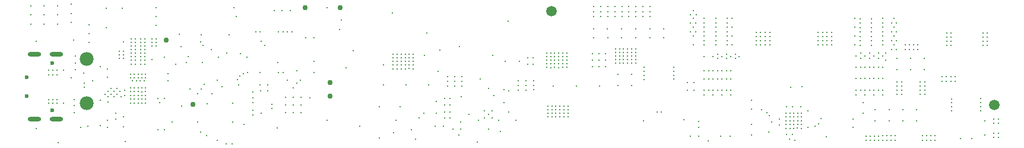
<source format=gbr>
%TF.GenerationSoftware,Altium Limited,Altium Designer,19.0.15 (446)*%
G04 Layer_Color=0*
%FSLAX45Y45*%
%MOMM*%
%TF.FileFunction,Plated,1,6,PTH,Drill*%
%TF.Part,Single*%
G01*
G75*
%TA.AperFunction,OtherDrill,Pad Free-7 (55.245mm,17.989mm)*%
%ADD214C,0.76200*%
%TA.AperFunction,OtherDrill,Pad Free-7 (55.245mm,19.939mm)*%
%ADD215C,0.76200*%
%TA.AperFunction,ComponentDrill*%
%ADD216O,1.90000X0.60000*%
%TA.AperFunction,OtherDrill,Pad Free-8 (31.902mm,26.038mm)*%
%ADD217C,0.76200*%
%TA.AperFunction,OtherDrill,Pad Free-7 (35.687mm,16.815mm)*%
%ADD218C,0.76200*%
%TA.AperFunction,ComponentDrill*%
%ADD219C,0.20000*%
%TA.AperFunction,OtherDrill,Pad Free-5 (86.792mm,30.175mm)*%
%ADD220C,1.50000*%
%TA.AperFunction,OtherDrill,Pad Free-5 (150.012mm,16.688mm)*%
%ADD221C,1.50000*%
%TA.AperFunction,ComponentDrill*%
%ADD222C,0.76200*%
%ADD223C,0.20320*%
%TA.AperFunction,ViaDrill,NotFilled*%
%ADD224C,0.20320*%
%ADD225C,0.30480*%
%ADD226C,0.25400*%
%ADD227C,0.60000*%
%ADD228C,1.98000*%
D214*
X5524500Y1798934D02*
D03*
D215*
Y1993900D02*
D03*
D216*
X1625080Y2399077D02*
D03*
X1310080D02*
D03*
X1625080Y1469077D02*
D03*
X1310080D02*
D03*
D217*
X3190240Y2603829D02*
D03*
D218*
X3568700Y1681480D02*
D03*
D219*
X2895480Y2061440D02*
D03*
X2680480D02*
D03*
X2787980D02*
D03*
Y1919940D02*
D03*
Y1697940D02*
D03*
X2895480Y1808940D02*
D03*
X2680480D02*
D03*
X2787980D02*
D03*
D220*
X8679180Y3017520D02*
D03*
D221*
X15001241Y1668780D02*
D03*
D222*
X5166360Y3068320D02*
D03*
X5669264D02*
D03*
D223*
X12027500Y1557500D02*
D03*
X12247500D02*
D03*
X12027500Y1337500D02*
D03*
X12247500D02*
D03*
X12027500Y1447500D02*
D03*
X12137500Y1557500D02*
D03*
Y1337500D02*
D03*
X12245000Y1447500D02*
D03*
D224*
X11752580Y1562100D02*
D03*
X11792018Y1518920D02*
D03*
X10193020Y1569720D02*
D03*
X10246360D02*
D03*
X4084000Y2679565D02*
D03*
X3685540Y2679700D02*
D03*
X3502530Y2364170D02*
D03*
X3937000Y2361760D02*
D03*
X5048980Y2163664D02*
D03*
X4528980Y2136136D02*
D03*
X4777740Y2284257D02*
D03*
X2350000Y2185040D02*
D03*
X4285320Y2123440D02*
D03*
X4236720Y2087880D02*
D03*
X2350000Y2067460D02*
D03*
X2007640Y2126460D02*
D03*
X1720080Y1698077D02*
D03*
X5681980Y2895600D02*
D03*
X4422500Y1859280D02*
D03*
X5240960Y1774180D02*
D03*
X7088325Y2460211D02*
D03*
X6870261Y2382780D02*
D03*
X6428320Y1271344D02*
D03*
X7364720Y1239916D02*
D03*
X6228080Y1650000D02*
D03*
X7951460Y1292620D02*
D03*
X3159100Y1765300D02*
D03*
X3914140Y2024380D02*
D03*
X3980180Y1935480D02*
D03*
X4528980Y2724236D02*
D03*
X4335780Y2356200D02*
D03*
X5297520Y2135557D02*
D03*
X1890045Y2269325D02*
D03*
X6413000Y2997200D02*
D03*
X8072120Y1875040D02*
D03*
X8007500Y1890000D02*
D03*
X6525260Y1649780D02*
D03*
X8727620Y2417142D02*
D03*
X8785860Y2416817D02*
D03*
X8613320Y2417142D02*
D03*
X8671560Y2416817D02*
D03*
X5485360Y3068737D02*
D03*
X1889760Y2374080D02*
D03*
Y2181040D02*
D03*
X7782560Y1325454D02*
D03*
X7622760Y1142288D02*
D03*
X8006080Y1704340D02*
D03*
X11780283Y1284337D02*
D03*
X4918980Y2726136D02*
D03*
X4853980D02*
D03*
X2842260Y1807500D02*
D03*
X2811780Y2017380D02*
D03*
X2842260Y1698280D02*
D03*
X2761565Y2016760D02*
D03*
X2842260Y1752890D02*
D03*
X2733040Y1699260D02*
D03*
X2895480Y1863550D02*
D03*
X2680480Y2110740D02*
D03*
X2733040Y1808480D02*
D03*
X2895480Y1699720D02*
D03*
X3095719Y1703899D02*
D03*
X2893060Y2110740D02*
D03*
X2680480Y1863550D02*
D03*
X2733625Y2061760D02*
D03*
X2787980Y1863550D02*
D03*
X2839915Y2110740D02*
D03*
X2680480Y1699720D02*
D03*
X2733040Y1863090D02*
D03*
X3065361Y1765300D02*
D03*
X2703340Y2016760D02*
D03*
X2786770Y2110740D02*
D03*
X2733040Y1753870D02*
D03*
X2787980Y1754330D02*
D03*
X2870642Y2018133D02*
D03*
X2895480Y1754330D02*
D03*
X2733040Y1917700D02*
D03*
X2895480Y1918160D02*
D03*
X2733625Y2110740D02*
D03*
X2680480Y1754330D02*
D03*
X2842260Y1916720D02*
D03*
X2839915Y2061760D02*
D03*
X2680480Y1918160D02*
D03*
X2842260Y1862110D02*
D03*
X5100080Y2024620D02*
D03*
X1831340Y2860520D02*
D03*
Y3119600D02*
D03*
Y2988500D02*
D03*
X2085340Y2827600D02*
D03*
Y2696500D02*
D03*
Y2568520D02*
D03*
X4244340Y2410460D02*
D03*
X11935000Y1467500D02*
D03*
X11826240Y1427480D02*
D03*
X12438678Y1363667D02*
D03*
X12340000Y1347500D02*
D03*
X12496800Y1399540D02*
D03*
X12526500Y1477660D02*
D03*
X12038140Y1245000D02*
D03*
X12117500D02*
D03*
X10922000Y1158240D02*
D03*
X12157500Y1164438D02*
D03*
X12077500Y1180000D02*
D03*
X12602500Y1215000D02*
D03*
X11935000Y1386900D02*
D03*
X10782500Y1432500D02*
D03*
X4041140Y1117600D02*
D03*
X4124960Y1115000D02*
D03*
X3919220Y1160780D02*
D03*
X3209648Y2016760D02*
D03*
X3210850Y2120900D02*
D03*
X2352040Y1448061D02*
D03*
X2468880Y1469840D02*
D03*
X3639820Y1424940D02*
D03*
X3160580Y1312500D02*
D03*
X3072580D02*
D03*
X4140200Y1699260D02*
D03*
X4224020Y1958260D02*
D03*
X4348480Y2137882D02*
D03*
X4206240Y2034540D02*
D03*
X5664200Y2758440D02*
D03*
X5295360Y2638500D02*
D03*
X5176520Y2638240D02*
D03*
X6682740Y1313180D02*
D03*
X5478780Y1452440D02*
D03*
X3761739Y1229359D02*
D03*
X4297680Y1390880D02*
D03*
X8689160Y1656985D02*
D03*
X8630920Y1657310D02*
D03*
X7390480Y1323340D02*
D03*
X3408680Y1653540D02*
D03*
X8785860Y2365032D02*
D03*
X8841920Y2262110D02*
D03*
Y2313895D02*
D03*
X8785860Y2313246D02*
D03*
X8727620Y2313571D02*
D03*
Y2261785D02*
D03*
X8671560Y2209675D02*
D03*
Y2313246D02*
D03*
X9769348Y2425388D02*
D03*
Y2477173D02*
D03*
Y2373602D02*
D03*
X9825408Y2374252D02*
D03*
Y2322466D02*
D03*
X9655048Y2373602D02*
D03*
Y2270031D02*
D03*
X9711108Y2322141D02*
D03*
Y2373927D02*
D03*
X8727620Y2365356D02*
D03*
X8671560Y2365032D02*
D03*
X8841920Y2365681D02*
D03*
X8671560Y2261461D02*
D03*
X8841920Y2210324D02*
D03*
X8727620Y2210000D02*
D03*
X8841920Y2417466D02*
D03*
X8785860Y2261461D02*
D03*
Y2209675D02*
D03*
X9825408Y2270680D02*
D03*
Y2477823D02*
D03*
X9769348Y2321817D02*
D03*
Y2270031D02*
D03*
X9711108Y2270356D02*
D03*
X9655048Y2321817D02*
D03*
X9711108Y2477498D02*
D03*
X9655048Y2477173D02*
D03*
X9825408Y2426037D02*
D03*
X9711108Y2425712D02*
D03*
X9655048Y2425388D02*
D03*
X8745220Y1657310D02*
D03*
X8917760D02*
D03*
X11096952Y1227500D02*
D03*
X11540000Y1394460D02*
D03*
X11231952Y1227500D02*
D03*
X10663193Y1226820D02*
D03*
X14513741Y1192500D02*
D03*
X14673740Y1192500D02*
D03*
X4422140Y1525158D02*
D03*
Y1775460D02*
D03*
X4422500Y1704200D02*
D03*
Y1594200D02*
D03*
X4699000Y1617980D02*
D03*
Y1681480D02*
D03*
X2019300Y1986462D02*
D03*
X1877468Y1560380D02*
D03*
X7837356Y1483360D02*
D03*
X3842544Y1834180D02*
D03*
X3634740D02*
D03*
X8900160Y2365356D02*
D03*
Y2210000D02*
D03*
Y2417142D02*
D03*
Y2313571D02*
D03*
Y2261785D02*
D03*
X8613320Y2210000D02*
D03*
Y2313571D02*
D03*
Y2365356D02*
D03*
Y2261785D02*
D03*
X7023100Y1371600D02*
D03*
X7275480Y1323340D02*
D03*
X7139940Y1371600D02*
D03*
X8803460Y1501629D02*
D03*
X8689160D02*
D03*
Y1553414D02*
D03*
X8630920Y1501953D02*
D03*
X8917760D02*
D03*
X8745220D02*
D03*
X7926500Y1455000D02*
D03*
X8859520Y1502278D02*
D03*
X7638500Y1455000D02*
D03*
X8177749Y1452440D02*
D03*
X7503000Y1536400D02*
D03*
X1647190Y1130138D02*
D03*
X3327400Y2254638D02*
D03*
X2330662Y2779856D02*
D03*
X8803460Y1605200D02*
D03*
X8859520Y1605849D02*
D03*
Y1657634D02*
D03*
Y1554063D02*
D03*
X8917760Y1605524D02*
D03*
Y1553739D02*
D03*
X8745220Y1605524D02*
D03*
X8803460Y1656985D02*
D03*
X8745220Y1553739D02*
D03*
X8803460Y1553414D02*
D03*
X8630920Y1605524D02*
D03*
Y1553739D02*
D03*
X8689160Y1605200D02*
D03*
X2575560Y1357260D02*
D03*
X3677920Y1285240D02*
D03*
X7782501Y1905156D02*
D03*
X12984979Y1346460D02*
D03*
X9596808Y2322141D02*
D03*
Y2477498D02*
D03*
Y2425712D02*
D03*
Y2373927D02*
D03*
Y2270356D02*
D03*
X9883648Y2322141D02*
D03*
Y2373927D02*
D03*
Y2477498D02*
D03*
Y2270356D02*
D03*
Y2425712D02*
D03*
X3731260Y1971040D02*
D03*
X4594860Y2524760D02*
D03*
X4137660Y1430020D02*
D03*
X3275680Y1424940D02*
D03*
X5948681Y1368681D02*
D03*
X6464001Y1450340D02*
D03*
X5749766Y2209474D02*
D03*
X5853906Y2449240D02*
D03*
X3680460Y2581220D02*
D03*
X3713480Y2527300D02*
D03*
X3832860Y2471420D02*
D03*
X1640540Y2964180D02*
D03*
X1447800Y3095280D02*
D03*
Y2836200D02*
D03*
X1254460D02*
D03*
Y3095280D02*
D03*
Y2964180D02*
D03*
X1877060Y1661440D02*
D03*
X3042920Y2623251D02*
D03*
Y2571466D02*
D03*
X2984680Y2571790D02*
D03*
Y2520005D02*
D03*
X3042920Y2519680D02*
D03*
X2984680Y2623576D02*
D03*
X1877060Y1749440D02*
D03*
X1640540Y2836200D02*
D03*
Y3095280D02*
D03*
X1447800Y2964180D02*
D03*
X7387240Y1423180D02*
D03*
X7782500Y1535000D02*
D03*
X7729220Y1483360D02*
D03*
X7837356Y1590040D02*
D03*
X7728398D02*
D03*
X4954479Y3029732D02*
D03*
X4840179D02*
D03*
X4725879D02*
D03*
X4185000Y2940000D02*
D03*
X4154000Y3067500D02*
D03*
X3370000Y2687000D02*
D03*
X3047500Y2815000D02*
D03*
Y2940000D02*
D03*
Y3068000D02*
D03*
X2072640Y1369060D02*
D03*
X6596380Y2296099D02*
D03*
X6652440Y2193177D02*
D03*
Y2296748D02*
D03*
Y2348533D02*
D03*
X6710680Y2348209D02*
D03*
Y2192852D02*
D03*
Y2399994D02*
D03*
X6652440Y2400319D02*
D03*
Y2244962D02*
D03*
X6710680Y2296423D02*
D03*
Y2244638D02*
D03*
X6538140Y2192852D02*
D03*
Y2296423D02*
D03*
Y2348209D02*
D03*
X6596380Y2347884D02*
D03*
Y2192527D02*
D03*
Y2399670D02*
D03*
X6538140Y2399994D02*
D03*
Y2244638D02*
D03*
X6596380Y2244313D02*
D03*
X6423840Y2192852D02*
D03*
Y2296423D02*
D03*
Y2348209D02*
D03*
X6482080Y2347884D02*
D03*
Y2192527D02*
D03*
Y2399670D02*
D03*
X6423840Y2399994D02*
D03*
Y2244638D02*
D03*
X6482080Y2296099D02*
D03*
Y2244313D02*
D03*
X2517320Y2441265D02*
D03*
X2575560Y2337369D02*
D03*
X2517320Y2337694D02*
D03*
Y2389479D02*
D03*
X2575560Y2389154D02*
D03*
Y2440940D02*
D03*
X2247200Y2225040D02*
D03*
X4541520Y2583685D02*
D03*
X2885260Y2466818D02*
D03*
Y2518603D02*
D03*
X2827020Y2467142D02*
D03*
X2745740D02*
D03*
Y2518928D02*
D03*
X2687500Y2467467D02*
D03*
X2827020Y2622499D02*
D03*
X2885260Y2622174D02*
D03*
Y2570389D02*
D03*
X2827020Y2570713D02*
D03*
X2687500Y2622823D02*
D03*
X2745740Y2622499D02*
D03*
X4983980Y2726136D02*
D03*
X2827020Y2260000D02*
D03*
Y2311786D02*
D03*
Y2363571D02*
D03*
Y2415357D02*
D03*
Y2518928D02*
D03*
X2885260Y2415032D02*
D03*
Y2363246D02*
D03*
Y2311461D02*
D03*
Y2259675D02*
D03*
X2745740Y2260000D02*
D03*
Y2311786D02*
D03*
Y2363571D02*
D03*
Y2415357D02*
D03*
Y2570713D02*
D03*
X2687500Y2571038D02*
D03*
Y2519252D02*
D03*
Y2415681D02*
D03*
Y2363896D02*
D03*
Y2312110D02*
D03*
Y2260325D02*
D03*
X4530221Y1874693D02*
D03*
X2247200Y1373800D02*
D03*
X7857500Y1810000D02*
D03*
X8072820Y1569060D02*
D03*
X7399780Y1787824D02*
D03*
X4767780Y1341526D02*
D03*
X4544384Y1551339D02*
D03*
X11540000Y1237804D02*
D03*
X10778609Y1227500D02*
D03*
X12984999Y1468820D02*
D03*
X10780000Y1347500D02*
D03*
X4632384Y1875040D02*
D03*
X5000960Y1914180D02*
D03*
X5050960Y1989140D02*
D03*
X4853980Y2136136D02*
D03*
X4790140Y2135557D02*
D03*
X4917140Y2029780D02*
D03*
X5295344Y2299103D02*
D03*
X12137500Y1447500D02*
D03*
X4788980Y2726136D02*
D03*
X4463980Y2724236D02*
D03*
X4890960Y1784180D02*
D03*
X5000960D02*
D03*
X5110960D02*
D03*
X4890960Y1674180D02*
D03*
X5000960D02*
D03*
X5110960D02*
D03*
X4890960Y1564180D02*
D03*
X5000960D02*
D03*
X5110960D02*
D03*
D225*
X4051300Y2418080D02*
D03*
X1720080Y2170077D02*
D03*
X6741220Y1178560D02*
D03*
X10573000Y1463040D02*
D03*
X8068023Y2875680D02*
D03*
X6907080Y2701859D02*
D03*
X7665000Y2045260D02*
D03*
X7367500Y2512060D02*
D03*
X7063740Y2151380D02*
D03*
X9283700Y2766060D02*
D03*
X9481820D02*
D03*
X9682480D02*
D03*
X9885680D02*
D03*
X10086340D02*
D03*
X10284460D02*
D03*
X9989293Y2940000D02*
D03*
X10090258D02*
D03*
X9787363D02*
D03*
X9888328D02*
D03*
X9585433D02*
D03*
X9686398D02*
D03*
X9383503D02*
D03*
X9484468D02*
D03*
X9282538D02*
D03*
X14835620Y2526680D02*
D03*
Y2586680D02*
D03*
X14900620Y2646680D02*
D03*
Y2586680D02*
D03*
X14835620Y2646680D02*
D03*
X14900620Y2526680D02*
D03*
X14835620Y2706680D02*
D03*
X14900620D02*
D03*
X14382980Y2705100D02*
D03*
X14317979D02*
D03*
X14382980Y2525100D02*
D03*
X14317979Y2645100D02*
D03*
X14317020Y2012688D02*
D03*
X14377020D02*
D03*
X14317020Y2077688D02*
D03*
X14257021D02*
D03*
X14382980Y2585100D02*
D03*
Y2645100D02*
D03*
X14317979Y2585100D02*
D03*
Y2525100D02*
D03*
X14257021Y2012688D02*
D03*
X14377020Y2077688D02*
D03*
X14437019Y2012688D02*
D03*
Y2077688D02*
D03*
X13785001Y2467500D02*
D03*
Y2532500D02*
D03*
X13725000D02*
D03*
X13845000Y2467500D02*
D03*
X13725000D02*
D03*
X13905000D02*
D03*
X13845000Y2532500D02*
D03*
X13905000D02*
D03*
X1865860Y2603829D02*
D03*
X1334900Y2583804D02*
D03*
X2352200Y1348740D02*
D03*
X2468880Y1557840D02*
D03*
X1968500Y1354720D02*
D03*
X3686656Y1902460D02*
D03*
X3528060D02*
D03*
X6798243Y1485510D02*
D03*
X6228320Y1196344D02*
D03*
X13447209Y2317126D02*
D03*
X3395980Y2513680D02*
D03*
X13497652Y1443580D02*
D03*
X13300153D02*
D03*
X13497652Y1603580D02*
D03*
X13300153D02*
D03*
X9360140Y2405399D02*
D03*
X9263380Y2313402D02*
D03*
X9456420D02*
D03*
X9360140D02*
D03*
X9263542Y2222500D02*
D03*
X9263679Y2404612D02*
D03*
X9360052Y2222500D02*
D03*
X9456420Y2404612D02*
D03*
Y2222500D02*
D03*
X9632607Y2113559D02*
D03*
Y1953559D02*
D03*
X9372300Y1941780D02*
D03*
X8712200Y1944102D02*
D03*
X9040390Y1944098D02*
D03*
X9992360Y1445941D02*
D03*
X13890152Y1604795D02*
D03*
Y1444795D02*
D03*
X13695152Y1604795D02*
D03*
Y1444795D02*
D03*
X13123665Y1705620D02*
D03*
X13123682Y1549613D02*
D03*
X13446227Y2415032D02*
D03*
X11354500Y2369500D02*
D03*
X10705500Y3025000D02*
D03*
X10711420Y1992022D02*
D03*
X10623420D02*
D03*
X10712000Y1883122D02*
D03*
X10624000D02*
D03*
X13083360Y2847340D02*
D03*
Y2593340D02*
D03*
X13083540Y2720340D02*
D03*
X13083360Y2911220D02*
D03*
Y2784220D02*
D03*
Y2657220D02*
D03*
Y2530220D02*
D03*
X13011000Y2912864D02*
D03*
Y2785864D02*
D03*
Y2658864D02*
D03*
Y2531864D02*
D03*
X11191420Y2597236D02*
D03*
Y2851236D02*
D03*
X11191240Y2724236D02*
D03*
X11191420Y2533356D02*
D03*
Y2660356D02*
D03*
Y2787356D02*
D03*
Y2914356D02*
D03*
X10925000Y1885260D02*
D03*
X11179000D02*
D03*
X11052000Y1885440D02*
D03*
X10861120Y1885260D02*
D03*
X10988120D02*
D03*
X11115120D02*
D03*
X11242120D02*
D03*
X13093700Y1884500D02*
D03*
X13347701D02*
D03*
X13220700Y1884680D02*
D03*
X13029820Y1884500D02*
D03*
X13156821D02*
D03*
X13283820D02*
D03*
X13410820D02*
D03*
X13411000Y1815864D02*
D03*
X13284000D02*
D03*
X13157001D02*
D03*
X13030000D02*
D03*
X11242500Y1815000D02*
D03*
X11115500D02*
D03*
X10988500D02*
D03*
X10861500D02*
D03*
X10924999Y2161360D02*
D03*
X11178999D02*
D03*
X11051999Y2161540D02*
D03*
X10861119Y2161360D02*
D03*
X10988119D02*
D03*
X11115119D02*
D03*
X11242119D02*
D03*
X13092999Y2217240D02*
D03*
X13347000D02*
D03*
X13220000Y2217420D02*
D03*
X13029120Y2217240D02*
D03*
X13156120D02*
D03*
X13283121D02*
D03*
X13410120D02*
D03*
X13093500Y2049183D02*
D03*
X13347501D02*
D03*
X13220500Y2049364D02*
D03*
X13029620Y2049183D02*
D03*
X13156619D02*
D03*
X13283620D02*
D03*
X13410620D02*
D03*
X11179000Y2048680D02*
D03*
X10925000D02*
D03*
X11052000Y2048500D02*
D03*
X11242880Y2048680D02*
D03*
X11115880D02*
D03*
X10988880D02*
D03*
X10861880D02*
D03*
X13411380Y2596364D02*
D03*
Y2850364D02*
D03*
X13411200Y2723364D02*
D03*
X13411380Y2532484D02*
D03*
Y2659484D02*
D03*
Y2786484D02*
D03*
Y2913484D02*
D03*
X13244679Y2595364D02*
D03*
Y2849364D02*
D03*
X13244501Y2722364D02*
D03*
X13244679Y2531484D02*
D03*
Y2658484D02*
D03*
Y2785484D02*
D03*
Y2912484D02*
D03*
X11026681Y2595500D02*
D03*
Y2849500D02*
D03*
X11026500Y2722500D02*
D03*
X11026681Y2531620D02*
D03*
Y2658620D02*
D03*
Y2785620D02*
D03*
Y2912620D02*
D03*
X10856140Y2595880D02*
D03*
Y2849880D02*
D03*
X10855960Y2722880D02*
D03*
X10856140Y2532000D02*
D03*
Y2659000D02*
D03*
Y2786000D02*
D03*
Y2913000D02*
D03*
X11260000D02*
D03*
Y2786000D02*
D03*
Y2659000D02*
D03*
Y2532000D02*
D03*
X13347360Y1227500D02*
D03*
X13409000Y1227805D02*
D03*
X13469000D02*
D03*
X13528999D02*
D03*
X13589000D02*
D03*
X13972881Y1228789D02*
D03*
X14032880D02*
D03*
X14092880D02*
D03*
X14152879D02*
D03*
X13347360Y1162500D02*
D03*
X13287360Y1227500D02*
D03*
X13409000Y1162804D02*
D03*
X13469000D02*
D03*
X13528999D02*
D03*
X13589000D02*
D03*
X13972881Y1163789D02*
D03*
X14032880D02*
D03*
X14092880D02*
D03*
X14152879D02*
D03*
X14386560Y1645027D02*
D03*
Y1587500D02*
D03*
Y1702553D02*
D03*
Y1760080D02*
D03*
X1632651Y1694180D02*
D03*
Y1750461D02*
D03*
X6287501Y2250417D02*
D03*
X14803120Y1647527D02*
D03*
Y1590000D02*
D03*
Y1705054D02*
D03*
Y1762580D02*
D03*
X10429240Y2099687D02*
D03*
Y2042160D02*
D03*
Y2157213D02*
D03*
Y2214740D02*
D03*
X10007600Y2212340D02*
D03*
X14866151Y1238636D02*
D03*
Y1441136D02*
D03*
X13997501Y2177500D02*
D03*
X13805000Y2178364D02*
D03*
X13612500Y2177500D02*
D03*
X14994501Y1210000D02*
D03*
Y1270000D02*
D03*
X15059500Y1210000D02*
D03*
Y1270000D02*
D03*
X14993620Y1412280D02*
D03*
Y1472280D02*
D03*
X15058620Y1412280D02*
D03*
Y1472280D02*
D03*
X13564999Y2786864D02*
D03*
Y2659864D02*
D03*
Y2532864D02*
D03*
X13997501Y2337500D02*
D03*
X13805000Y2338364D02*
D03*
X13612500Y2337500D02*
D03*
X13411000Y2370864D02*
D03*
X13284000D02*
D03*
X13157001D02*
D03*
X9285531Y2641247D02*
D03*
X10285014Y2637221D02*
D03*
X10090258Y3013660D02*
D03*
X9989293D02*
D03*
X9888328D02*
D03*
X9787363D02*
D03*
X9686398D02*
D03*
X9585433D02*
D03*
X9484468D02*
D03*
X9383503D02*
D03*
X9282538D02*
D03*
X10090258Y3087436D02*
D03*
X9989293D02*
D03*
X9888328D02*
D03*
X9787363D02*
D03*
X9686398D02*
D03*
X9585433D02*
D03*
X9484468D02*
D03*
X9383503D02*
D03*
X9282538D02*
D03*
X10086786Y2638364D02*
D03*
X9885714D02*
D03*
X9684643D02*
D03*
X9824720Y2112500D02*
D03*
X9483572Y2638364D02*
D03*
X10007600Y2154813D02*
D03*
Y2039760D02*
D03*
Y2097287D02*
D03*
X3774440Y1691640D02*
D03*
X3477260Y2283125D02*
D03*
X3702578Y2283460D02*
D03*
X2981500Y2320500D02*
D03*
X7037702Y1552820D02*
D03*
Y1720000D02*
D03*
X6932500Y1958417D02*
D03*
X6610000D02*
D03*
X6287501D02*
D03*
X8425180Y1890000D02*
D03*
Y1953415D02*
D03*
Y2019300D02*
D03*
X8209280Y1887220D02*
D03*
X8208010Y2019300D02*
D03*
X8209280Y1953416D02*
D03*
X8317500Y1887220D02*
D03*
X8317501Y2019300D02*
D03*
X8317500Y1953415D02*
D03*
X7197702Y2078500D02*
D03*
X7408280Y2078040D02*
D03*
Y1945440D02*
D03*
X7197702Y1945960D02*
D03*
X7302280D02*
D03*
Y2078040D02*
D03*
X7408280Y2013416D02*
D03*
X7197702D02*
D03*
X7302281Y2012500D02*
D03*
X9824720Y1952500D02*
D03*
X10741660Y2720910D02*
D03*
X10660380D02*
D03*
X10741660Y2849880D02*
D03*
X10746740Y2970814D02*
D03*
X11305000Y2343495D02*
D03*
Y2399670D02*
D03*
X11177500Y2341880D02*
D03*
Y2399670D02*
D03*
X12552020Y2717460D02*
D03*
Y2597460D02*
D03*
Y2537460D02*
D03*
Y2657460D02*
D03*
X12487020D02*
D03*
Y2597460D02*
D03*
Y2717460D02*
D03*
Y2537460D02*
D03*
X11794720Y2717460D02*
D03*
Y2597460D02*
D03*
Y2537460D02*
D03*
Y2657460D02*
D03*
X11729720D02*
D03*
Y2597460D02*
D03*
Y2717460D02*
D03*
Y2537460D02*
D03*
X7842500Y2385000D02*
D03*
X2562711Y3058460D02*
D03*
X2330662Y3059856D02*
D03*
X1512698Y1694180D02*
D03*
Y1751623D02*
D03*
X1573246D02*
D03*
Y1694180D02*
D03*
X4632384Y1963040D02*
D03*
X4525656D02*
D03*
X3163000Y2357120D02*
D03*
X2604000Y1147500D02*
D03*
X1334900Y1331360D02*
D03*
X7236460Y1488440D02*
D03*
X7160260D02*
D03*
X7236460Y1574800D02*
D03*
X7160260D02*
D03*
X7236460Y1676400D02*
D03*
X7160260D02*
D03*
X7236460Y1762760D02*
D03*
X7160260D02*
D03*
X8346440Y2346035D02*
D03*
X8422640D02*
D03*
X8346440Y2259675D02*
D03*
X8422640D02*
D03*
X6863080Y1551940D02*
D03*
X8018667Y2297362D02*
D03*
X1632651Y2174240D02*
D03*
X1573246D02*
D03*
Y2107220D02*
D03*
X1513840D02*
D03*
Y2174240D02*
D03*
X1632651Y2107220D02*
D03*
X14008099Y2001520D02*
D03*
X13943100D02*
D03*
X13677901D02*
D03*
X13612900D02*
D03*
Y1821520D02*
D03*
X13677901D02*
D03*
X13943100D02*
D03*
X14008099D02*
D03*
X13604919Y2595000D02*
D03*
Y2472300D02*
D03*
X13532500Y2595000D02*
D03*
Y2472300D02*
D03*
X13604919Y2722500D02*
D03*
X13532500D02*
D03*
X13604919Y2847500D02*
D03*
X13532500Y2850000D02*
D03*
X13347459Y2342600D02*
D03*
Y2416724D02*
D03*
X13220000Y2342600D02*
D03*
Y2415000D02*
D03*
X13093700Y2342600D02*
D03*
X13094960Y2415000D02*
D03*
X11115500Y2370000D02*
D03*
X10988500D02*
D03*
X11052000Y2400319D02*
D03*
X11242500Y2370000D02*
D03*
X11052000Y2342600D02*
D03*
X10705000Y2786000D02*
D03*
Y2913000D02*
D03*
X12612140Y2537460D02*
D03*
Y2717460D02*
D03*
Y2597460D02*
D03*
Y2657460D02*
D03*
X12677140D02*
D03*
Y2537460D02*
D03*
Y2597460D02*
D03*
Y2717460D02*
D03*
X11600180Y2537460D02*
D03*
Y2717460D02*
D03*
Y2597460D02*
D03*
Y2657460D02*
D03*
X11665180D02*
D03*
Y2537460D02*
D03*
Y2597460D02*
D03*
Y2717460D02*
D03*
X13167360Y1162500D02*
D03*
X13287360D02*
D03*
X13227361D02*
D03*
Y1227500D02*
D03*
X13167360D02*
D03*
X13943100Y1881520D02*
D03*
Y1941520D02*
D03*
X14008099D02*
D03*
Y1881520D02*
D03*
X13612900D02*
D03*
Y1941520D02*
D03*
X13677901D02*
D03*
Y1881520D02*
D03*
X10705000Y2659000D02*
D03*
X10662920Y2970814D02*
D03*
X10660380Y2849880D02*
D03*
X8222500Y2302500D02*
D03*
D226*
X1835156Y2058239D02*
D03*
X13566000Y2912864D02*
D03*
X2019300Y1922780D02*
D03*
X2597980Y1805440D02*
D03*
Y1885440D02*
D03*
X12117500Y1650000D02*
D03*
X12037500D02*
D03*
X11540000Y1611160D02*
D03*
X12192000Y1338580D02*
D03*
X13030000Y2370864D02*
D03*
X2361848Y1715672D02*
D03*
Y1788160D02*
D03*
X2579180Y2578300D02*
D03*
X2403158Y1907540D02*
D03*
X2484248Y1821180D02*
D03*
X2402004D02*
D03*
X2485390Y1907540D02*
D03*
X2361848Y1869440D02*
D03*
X11678920Y1605280D02*
D03*
X12192580Y1502580D02*
D03*
X12238140Y1650000D02*
D03*
X12192580Y1557500D02*
D03*
X12137500Y1502580D02*
D03*
X12251546Y1936176D02*
D03*
X12095140Y1928934D02*
D03*
X12082780Y1337500D02*
D03*
X12026900Y1392340D02*
D03*
X12082539Y1391380D02*
D03*
X12137500Y1392420D02*
D03*
X12082420Y1447500D02*
D03*
X11540000Y1741160D02*
D03*
X10705000Y2532000D02*
D03*
X10861500Y2370000D02*
D03*
X12082420Y1503680D02*
D03*
X12082500Y1557076D02*
D03*
X12027238Y1503680D02*
D03*
X12247880Y1391920D02*
D03*
X12193723D02*
D03*
X12247880Y1503680D02*
D03*
X12192580Y1447500D02*
D03*
X2577560Y1505561D02*
D03*
X2444092Y1869440D02*
D03*
X2526336D02*
D03*
X2444092Y1788160D02*
D03*
X2540211Y1792570D02*
D03*
X12340000Y1587500D02*
D03*
X2138680Y2016760D02*
D03*
X2250000Y1743824D02*
D03*
X2319760Y1821180D02*
D03*
D227*
X1195080Y1799077D02*
D03*
Y2069077D02*
D03*
X1560080Y2274077D02*
D03*
Y1594077D02*
D03*
D228*
X2055000Y1695000D02*
D03*
Y2330000D02*
D03*
%TF.MD5,5715b52be604e0f1118d3273ea6d4735*%
M02*

</source>
